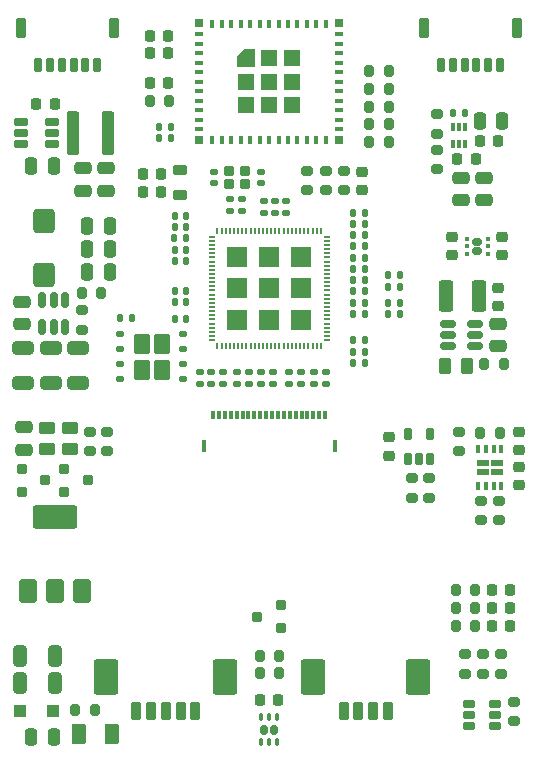
<source format=gbr>
%TF.GenerationSoftware,KiCad,Pcbnew,9.0.6*%
%TF.CreationDate,2026-01-17T11:58:25+01:00*%
%TF.ProjectId,peak,7065616b-2e6b-4696-9361-645f70636258,rev?*%
%TF.SameCoordinates,Original*%
%TF.FileFunction,Paste,Top*%
%TF.FilePolarity,Positive*%
%FSLAX46Y46*%
G04 Gerber Fmt 4.6, Leading zero omitted, Abs format (unit mm)*
G04 Created by KiCad (PCBNEW 9.0.6) date 2026-01-17 11:58:25*
%MOMM*%
%LPD*%
G01*
G04 APERTURE LIST*
G04 Aperture macros list*
%AMRoundRect*
0 Rectangle with rounded corners*
0 $1 Rounding radius*
0 $2 $3 $4 $5 $6 $7 $8 $9 X,Y pos of 4 corners*
0 Add a 4 corners polygon primitive as box body*
4,1,4,$2,$3,$4,$5,$6,$7,$8,$9,$2,$3,0*
0 Add four circle primitives for the rounded corners*
1,1,$1+$1,$2,$3*
1,1,$1+$1,$4,$5*
1,1,$1+$1,$6,$7*
1,1,$1+$1,$8,$9*
0 Add four rect primitives between the rounded corners*
20,1,$1+$1,$2,$3,$4,$5,0*
20,1,$1+$1,$4,$5,$6,$7,0*
20,1,$1+$1,$6,$7,$8,$9,0*
20,1,$1+$1,$8,$9,$2,$3,0*%
%AMFreePoly0*
4,1,6,0.725000,-0.725000,-0.725000,-0.725000,-0.725000,0.125000,-0.125000,0.725000,0.725000,0.725000,0.725000,-0.725000,0.725000,-0.725000,$1*%
G04 Aperture macros list end*
%ADD10R,1.700000X1.700000*%
%ADD11O,0.200000X0.650000*%
%ADD12O,0.650000X0.200000*%
%ADD13RoundRect,0.200000X-0.200000X-0.275000X0.200000X-0.275000X0.200000X0.275000X-0.200000X0.275000X0*%
%ADD14RoundRect,0.250000X-0.250000X-0.475000X0.250000X-0.475000X0.250000X0.475000X-0.250000X0.475000X0*%
%ADD15RoundRect,0.225000X-0.225000X-0.250000X0.225000X-0.250000X0.225000X0.250000X-0.225000X0.250000X0*%
%ADD16RoundRect,0.135000X-0.135000X-0.185000X0.135000X-0.185000X0.135000X0.185000X-0.135000X0.185000X0*%
%ADD17RoundRect,0.087500X0.087500X-0.250000X0.087500X0.250000X-0.087500X0.250000X-0.087500X-0.250000X0*%
%ADD18RoundRect,0.135000X0.135000X0.185000X-0.135000X0.185000X-0.135000X-0.185000X0.135000X-0.185000X0*%
%ADD19RoundRect,0.250000X-0.300000X-1.600000X0.300000X-1.600000X0.300000X1.600000X-0.300000X1.600000X0*%
%ADD20RoundRect,0.200000X0.275000X-0.200000X0.275000X0.200000X-0.275000X0.200000X-0.275000X-0.200000X0*%
%ADD21RoundRect,0.135000X0.185000X-0.135000X0.185000X0.135000X-0.185000X0.135000X-0.185000X-0.135000X0*%
%ADD22RoundRect,0.125000X-0.250000X-0.125000X0.250000X-0.125000X0.250000X0.125000X-0.250000X0.125000X0*%
%ADD23RoundRect,0.250000X-0.435000X-0.615000X0.435000X-0.615000X0.435000X0.615000X-0.435000X0.615000X0*%
%ADD24R,0.300000X1.000000*%
%ADD25R,0.300000X0.700000*%
%ADD26RoundRect,0.225000X-0.250000X0.225000X-0.250000X-0.225000X0.250000X-0.225000X0.250000X0.225000X0*%
%ADD27RoundRect,0.250000X0.450000X-0.262500X0.450000X0.262500X-0.450000X0.262500X-0.450000X-0.262500X0*%
%ADD28RoundRect,0.250000X0.650000X-0.750000X0.650000X0.750000X-0.650000X0.750000X-0.650000X-0.750000X0*%
%ADD29RoundRect,0.225000X0.225000X0.625000X-0.225000X0.625000X-0.225000X-0.625000X0.225000X-0.625000X0*%
%ADD30RoundRect,0.150000X0.150000X0.475000X-0.150000X0.475000X-0.150000X-0.475000X0.150000X-0.475000X0*%
%ADD31RoundRect,0.140000X-0.140000X-0.170000X0.140000X-0.170000X0.140000X0.170000X-0.140000X0.170000X0*%
%ADD32RoundRect,0.200000X-0.275000X0.200000X-0.275000X-0.200000X0.275000X-0.200000X0.275000X0.200000X0*%
%ADD33RoundRect,0.250000X-0.475000X0.250000X-0.475000X-0.250000X0.475000X-0.250000X0.475000X0.250000X0*%
%ADD34RoundRect,0.140000X0.140000X0.170000X-0.140000X0.170000X-0.140000X-0.170000X0.140000X-0.170000X0*%
%ADD35RoundRect,0.250000X0.325000X0.650000X-0.325000X0.650000X-0.325000X-0.650000X0.325000X-0.650000X0*%
%ADD36RoundRect,0.250000X0.475000X-0.250000X0.475000X0.250000X-0.475000X0.250000X-0.475000X-0.250000X0*%
%ADD37RoundRect,0.162500X-0.367500X-0.162500X0.367500X-0.162500X0.367500X0.162500X-0.367500X0.162500X0*%
%ADD38RoundRect,0.225000X0.225000X0.250000X-0.225000X0.250000X-0.225000X-0.250000X0.225000X-0.250000X0*%
%ADD39RoundRect,0.250000X-0.262500X-0.450000X0.262500X-0.450000X0.262500X0.450000X-0.262500X0.450000X0*%
%ADD40RoundRect,0.200000X-0.250000X-0.200000X0.250000X-0.200000X0.250000X0.200000X-0.250000X0.200000X0*%
%ADD41RoundRect,0.250001X0.799999X1.249999X-0.799999X1.249999X-0.799999X-1.249999X0.799999X-1.249999X0*%
%ADD42RoundRect,0.200000X0.200000X0.600000X-0.200000X0.600000X-0.200000X-0.600000X0.200000X-0.600000X0*%
%ADD43RoundRect,0.162500X0.162500X-0.367500X0.162500X0.367500X-0.162500X0.367500X-0.162500X-0.367500X0*%
%ADD44RoundRect,0.200000X0.200000X0.275000X-0.200000X0.275000X-0.200000X-0.275000X0.200000X-0.275000X0*%
%ADD45RoundRect,0.093750X-0.093750X-0.106250X0.093750X-0.106250X0.093750X0.106250X-0.093750X0.106250X0*%
%ADD46RoundRect,0.160000X-0.245000X-0.160000X0.245000X-0.160000X0.245000X0.160000X-0.245000X0.160000X0*%
%ADD47RoundRect,0.250000X0.375000X0.625000X-0.375000X0.625000X-0.375000X-0.625000X0.375000X-0.625000X0*%
%ADD48RoundRect,0.140000X0.170000X-0.140000X0.170000X0.140000X-0.170000X0.140000X-0.170000X-0.140000X0*%
%ADD49RoundRect,0.250000X-0.375000X-1.075000X0.375000X-1.075000X0.375000X1.075000X-0.375000X1.075000X0*%
%ADD50R,0.700000X0.700000*%
%ADD51R,1.450000X1.450000*%
%ADD52FreePoly0,0.000000*%
%ADD53R,0.400000X0.800000*%
%ADD54R,0.800000X0.400000*%
%ADD55RoundRect,0.140000X-0.170000X0.140000X-0.170000X-0.140000X0.170000X-0.140000X0.170000X0.140000X0*%
%ADD56RoundRect,0.200000X0.250000X0.200000X-0.250000X0.200000X-0.250000X-0.200000X0.250000X-0.200000X0*%
%ADD57RoundRect,0.250000X-0.650000X0.325000X-0.650000X-0.325000X0.650000X-0.325000X0.650000X0.325000X0*%
%ADD58R,0.350000X0.650000*%
%ADD59R,1.000000X0.600000*%
%ADD60RoundRect,0.250000X0.300000X0.300000X-0.300000X0.300000X-0.300000X-0.300000X0.300000X-0.300000X0*%
%ADD61RoundRect,0.218750X-0.381250X0.218750X-0.381250X-0.218750X0.381250X-0.218750X0.381250X0.218750X0*%
%ADD62RoundRect,0.250000X0.250000X0.475000X-0.250000X0.475000X-0.250000X-0.475000X0.250000X-0.475000X0*%
%ADD63RoundRect,0.250000X-0.450000X0.262500X-0.450000X-0.262500X0.450000X-0.262500X0.450000X0.262500X0*%
%ADD64RoundRect,0.162500X-0.447500X-0.162500X0.447500X-0.162500X0.447500X0.162500X-0.447500X0.162500X0*%
%ADD65RoundRect,0.250000X0.500000X-0.750000X0.500000X0.750000X-0.500000X0.750000X-0.500000X-0.750000X0*%
%ADD66RoundRect,0.250000X1.650000X-0.750000X1.650000X0.750000X-1.650000X0.750000X-1.650000X-0.750000X0*%
%ADD67RoundRect,0.225000X0.250000X-0.225000X0.250000X0.225000X-0.250000X0.225000X-0.250000X-0.225000X0*%
%ADD68RoundRect,0.150000X-0.512500X-0.150000X0.512500X-0.150000X0.512500X0.150000X-0.512500X0.150000X0*%
%ADD69RoundRect,0.087500X0.087500X-0.237500X0.087500X0.237500X-0.087500X0.237500X-0.087500X-0.237500X0*%
%ADD70RoundRect,0.157500X0.157500X-0.252500X0.157500X0.252500X-0.157500X0.252500X-0.157500X-0.252500X0*%
%ADD71RoundRect,0.135000X-0.185000X0.135000X-0.185000X-0.135000X0.185000X-0.135000X0.185000X0.135000X0*%
%ADD72RoundRect,0.150000X0.150000X-0.512500X0.150000X0.512500X-0.150000X0.512500X-0.150000X-0.512500X0*%
%ADD73RoundRect,0.218750X-0.218750X-0.256250X0.218750X-0.256250X0.218750X0.256250X-0.218750X0.256250X0*%
G04 APERTURE END LIST*
D10*
%TO.C,U1*%
X211503100Y-93900001D03*
X211503100Y-91200001D03*
X211503100Y-88500001D03*
X208803100Y-93900001D03*
X208803100Y-91200001D03*
X208803100Y-88500001D03*
X206103100Y-93900001D03*
X206103100Y-91200001D03*
X206103100Y-88500001D03*
D11*
X204428100Y-86325001D03*
X204778100Y-86325001D03*
X205128100Y-86325001D03*
X205478100Y-86325001D03*
X205828100Y-86325001D03*
X206178100Y-86325001D03*
X206528100Y-86325001D03*
X206878100Y-86325001D03*
X207228100Y-86325001D03*
X207578100Y-86325001D03*
X207928100Y-86325001D03*
X208278100Y-86325001D03*
X208628100Y-86325001D03*
X208978100Y-86325001D03*
X209328100Y-86325001D03*
X209678100Y-86325001D03*
X210028100Y-86325001D03*
X210378100Y-86325001D03*
X210728100Y-86325001D03*
X211078100Y-86325001D03*
X211428100Y-86325001D03*
X211778100Y-86325001D03*
X212128100Y-86325001D03*
X212478100Y-86325001D03*
X212828100Y-86325001D03*
X213178100Y-86325001D03*
D12*
X213678100Y-86825001D03*
X213678100Y-87175001D03*
X213678100Y-87525001D03*
X213678100Y-87875001D03*
X213678100Y-88225001D03*
X213678100Y-88575001D03*
X213678100Y-88925001D03*
X213678100Y-89275001D03*
X213678100Y-89625001D03*
X213678100Y-89975001D03*
X213678100Y-90325001D03*
X213678100Y-90675001D03*
X213678100Y-91025001D03*
X213678100Y-91375001D03*
X213678100Y-91725001D03*
X213678100Y-92075001D03*
X213678100Y-92425001D03*
X213678100Y-92775001D03*
X213678100Y-93125001D03*
X213678100Y-93475001D03*
X213678100Y-93825001D03*
X213678100Y-94175001D03*
X213678100Y-94525001D03*
X213678100Y-94875001D03*
X213678100Y-95225001D03*
X213678100Y-95575001D03*
D11*
X213178100Y-96075001D03*
X212828100Y-96075001D03*
X212478100Y-96075001D03*
X212128100Y-96075001D03*
X211778100Y-96075001D03*
X211428100Y-96075001D03*
X211078100Y-96075001D03*
X210728100Y-96075001D03*
X210378100Y-96075001D03*
X210028100Y-96075001D03*
X209678100Y-96075001D03*
X209328100Y-96075001D03*
X208978100Y-96075001D03*
X208628100Y-96075001D03*
X208278100Y-96075001D03*
X207928100Y-96075001D03*
X207578100Y-96075001D03*
X207228100Y-96075001D03*
X206878100Y-96075001D03*
X206528100Y-96075001D03*
X206178100Y-96075001D03*
X205828100Y-96075001D03*
X205478100Y-96075001D03*
X205128100Y-96075001D03*
X204778100Y-96075001D03*
X204428100Y-96075001D03*
D12*
X203928100Y-95575001D03*
X203928100Y-95225001D03*
X203928100Y-94875001D03*
X203928100Y-94525001D03*
X203928100Y-94175001D03*
X203928100Y-93825001D03*
X203928100Y-93475001D03*
X203928100Y-93125001D03*
X203928100Y-92775001D03*
X203928100Y-92425001D03*
X203928100Y-92075001D03*
X203928100Y-91725001D03*
X203928100Y-91375001D03*
X203928100Y-91025001D03*
X203928100Y-90675001D03*
X203928100Y-90325001D03*
X203928100Y-89975001D03*
X203928100Y-89625001D03*
X203928100Y-89275001D03*
X203928100Y-88925001D03*
X203928100Y-88575001D03*
X203928100Y-88225001D03*
X203928100Y-87875001D03*
X203928100Y-87525001D03*
X203928100Y-87175001D03*
X203928100Y-86825001D03*
%TD*%
D13*
%TO.C,R605*%
X228343100Y-103440001D03*
X226693100Y-103440001D03*
%TD*%
D14*
%TO.C,C208*%
X190553100Y-80800001D03*
X188653100Y-80800001D03*
%TD*%
D15*
%TO.C,C213*%
X228178100Y-78750001D03*
X226628100Y-78750001D03*
%TD*%
D13*
%TO.C,R703*%
X218928100Y-74300001D03*
X217278100Y-74300001D03*
%TD*%
D16*
%TO.C,R16*%
X219853100Y-93400001D03*
X218833100Y-93400001D03*
%TD*%
D17*
%TO.C,U203*%
X224353100Y-77550001D03*
X224853100Y-77550001D03*
X225353100Y-77550001D03*
X225353100Y-78975001D03*
X224853100Y-78975001D03*
X224353100Y-78975001D03*
%TD*%
D13*
%TO.C,R701*%
X218928100Y-77300001D03*
X217278100Y-77300001D03*
%TD*%
D18*
%TO.C,R3*%
X196143100Y-93700001D03*
X197163100Y-93700001D03*
%TD*%
D19*
%TO.C,L202*%
X195178100Y-78025001D03*
X192178100Y-78025001D03*
%TD*%
D20*
%TO.C,R308*%
X229503100Y-126175001D03*
X229503100Y-127825001D03*
%TD*%
D21*
%TO.C,R7*%
X208103100Y-98280001D03*
X208103100Y-99300001D03*
%TD*%
D22*
%TO.C,U2*%
X201553100Y-95090001D03*
X201553100Y-96360001D03*
X201553100Y-97630001D03*
X201553100Y-98900001D03*
X196153100Y-98900001D03*
X196153100Y-97630001D03*
X196153100Y-96360001D03*
X196153100Y-95090001D03*
D23*
X199703100Y-98070001D03*
X199703100Y-95920001D03*
X198003100Y-98070001D03*
X198003100Y-95920001D03*
%TD*%
D18*
%TO.C,R18*%
X215913100Y-96550001D03*
X216933100Y-96550001D03*
%TD*%
D24*
%TO.C,J1*%
X214343100Y-104550000D03*
X203263100Y-104550000D03*
D25*
X213553100Y-101900000D03*
X213053100Y-101900000D03*
X212553100Y-101900000D03*
X212053100Y-101900000D03*
X211553100Y-101900000D03*
X211053100Y-101900000D03*
X210553100Y-101900000D03*
X210053100Y-101900000D03*
X209553100Y-101900000D03*
X209053100Y-101900000D03*
X208553100Y-101900000D03*
X208053100Y-101900000D03*
X207553100Y-101900000D03*
X207053100Y-101900000D03*
X206553100Y-101900000D03*
X206053100Y-101900000D03*
X205553100Y-101900000D03*
X205053100Y-101900000D03*
X204553100Y-101900000D03*
X204053100Y-101900000D03*
%TD*%
D13*
%TO.C,R601*%
X226253100Y-119750001D03*
X224603100Y-119750001D03*
%TD*%
D26*
%TO.C,C219*%
X224328100Y-88365001D03*
X224328100Y-86815001D03*
%TD*%
D27*
%TO.C,R609*%
X190003100Y-102987501D03*
X190003100Y-104812501D03*
%TD*%
D28*
%TO.C,L201*%
X189753100Y-85525001D03*
X189753100Y-90025001D03*
%TD*%
D29*
%TO.C,J4*%
X221903100Y-69175001D03*
X229803100Y-69175001D03*
D30*
X223353100Y-72300001D03*
X224353100Y-72300001D03*
X225353100Y-72300001D03*
X226353100Y-72300001D03*
X227353100Y-72300001D03*
X228353100Y-72300001D03*
%TD*%
D16*
%TO.C,R14*%
X201783100Y-86950001D03*
X200763100Y-86950001D03*
%TD*%
D31*
%TO.C,C17*%
X216883100Y-89550001D03*
X215923100Y-89550001D03*
%TD*%
D21*
%TO.C,R9*%
X210503100Y-98280001D03*
X210503100Y-99300001D03*
%TD*%
D32*
%TO.C,R301*%
X220863100Y-108910001D03*
X220863100Y-107260001D03*
%TD*%
D33*
%TO.C,C210*%
X193028100Y-82925001D03*
X193028100Y-81025001D03*
%TD*%
D34*
%TO.C,C6*%
X200793100Y-88900001D03*
X201753100Y-88900001D03*
%TD*%
%TO.C,C13*%
X200793100Y-92350001D03*
X201753100Y-92350001D03*
%TD*%
%TO.C,C4*%
X200793100Y-86000001D03*
X201753100Y-86000001D03*
%TD*%
D31*
%TO.C,C9*%
X216883100Y-86700001D03*
X215923100Y-86700001D03*
%TD*%
D13*
%TO.C,R602*%
X226253100Y-116750001D03*
X224603100Y-116750001D03*
%TD*%
D20*
%TO.C,R708*%
X212003100Y-81255001D03*
X212003100Y-82905001D03*
%TD*%
D35*
%TO.C,C303*%
X187728100Y-122300001D03*
X190678100Y-122300001D03*
%TD*%
D36*
%TO.C,C607*%
X188053100Y-102950001D03*
X188053100Y-104850001D03*
%TD*%
D37*
%TO.C,D302*%
X227953100Y-126350001D03*
X227953100Y-127300001D03*
X227953100Y-128250001D03*
X225753100Y-128250001D03*
X225753100Y-127300001D03*
X225753100Y-126350001D03*
%TD*%
D38*
%TO.C,C701*%
X198728100Y-73800001D03*
X200278100Y-73800001D03*
%TD*%
D21*
%TO.C,R6*%
X207103100Y-98280001D03*
X207103100Y-99300001D03*
%TD*%
D31*
%TO.C,C10*%
X216883100Y-92400001D03*
X215923100Y-92400001D03*
%TD*%
D32*
%TO.C,R302*%
X222363100Y-108910001D03*
X222363100Y-107260001D03*
%TD*%
D18*
%TO.C,R13*%
X218833100Y-91100001D03*
X219853100Y-91100001D03*
%TD*%
D32*
%TO.C,R303*%
X226773100Y-110840001D03*
X226773100Y-109190001D03*
%TD*%
D13*
%TO.C,R704*%
X218928100Y-72800001D03*
X217278100Y-72800001D03*
%TD*%
D15*
%TO.C,C603*%
X229203100Y-118250001D03*
X227653100Y-118250001D03*
%TD*%
D26*
%TO.C,C608*%
X216628100Y-82855001D03*
X216628100Y-81305001D03*
%TD*%
D39*
%TO.C,R502*%
X225553100Y-97775001D03*
X223728100Y-97775001D03*
%TD*%
D40*
%TO.C,Q601*%
X193453100Y-107450001D03*
X191453100Y-108400001D03*
X191453100Y-106500001D03*
%TD*%
D31*
%TO.C,C22*%
X216883100Y-87650001D03*
X215923100Y-87650001D03*
%TD*%
D20*
%TO.C,R206*%
X223003100Y-76475001D03*
X223003100Y-78125001D03*
%TD*%
D41*
%TO.C,J2*%
X195003100Y-124100001D03*
X205103100Y-124100001D03*
D42*
X197553100Y-127000001D03*
X198803100Y-127000001D03*
X200053100Y-127000001D03*
X201303100Y-127000001D03*
X202553100Y-127000001D03*
%TD*%
D15*
%TO.C,C602*%
X229203100Y-116750001D03*
X227653100Y-116750001D03*
%TD*%
D43*
%TO.C,U602*%
X220563100Y-103485001D03*
X222463100Y-103485001D03*
X222463100Y-105685001D03*
X221513100Y-105685001D03*
X220563100Y-105685001D03*
%TD*%
D40*
%TO.C,DZ601*%
X189853100Y-107450001D03*
X187853100Y-108400001D03*
X187853100Y-106500001D03*
%TD*%
D44*
%TO.C,R611*%
X207998100Y-122300001D03*
X209648100Y-122300001D03*
%TD*%
D32*
%TO.C,R307*%
X228403100Y-123825001D03*
X228403100Y-122175001D03*
%TD*%
D45*
%TO.C,U204*%
X227328100Y-86985001D03*
X227328100Y-87635001D03*
X227328100Y-88285001D03*
X225553100Y-88285001D03*
X225553100Y-87635001D03*
X225553100Y-86985001D03*
D46*
X226440600Y-88035001D03*
X226440600Y-87235001D03*
%TD*%
D26*
%TO.C,C503*%
X228203100Y-92700001D03*
X228203100Y-91150001D03*
%TD*%
D47*
%TO.C,F301*%
X192703100Y-128950001D03*
X195503100Y-128950001D03*
%TD*%
D48*
%TO.C,C12*%
X208353100Y-83820001D03*
X208353100Y-84780001D03*
%TD*%
D31*
%TO.C,C14*%
X216883100Y-85750001D03*
X215923100Y-85750001D03*
%TD*%
D49*
%TO.C,L501*%
X226553100Y-91825001D03*
X223753100Y-91825001D03*
%TD*%
D13*
%TO.C,R702*%
X218928100Y-75800001D03*
X217278100Y-75800001D03*
%TD*%
D32*
%TO.C,R706*%
X213603100Y-82905001D03*
X213603100Y-81255001D03*
%TD*%
D16*
%TO.C,R15*%
X219853100Y-92400001D03*
X218833100Y-92400001D03*
%TD*%
D48*
%TO.C,C501*%
X202953100Y-98310001D03*
X202953100Y-99270001D03*
%TD*%
D40*
%TO.C,X1*%
X205403100Y-81270001D03*
X206803100Y-81270001D03*
X206803100Y-82370001D03*
X205403100Y-82370001D03*
%TD*%
D16*
%TO.C,R204*%
X225363100Y-76350001D03*
X224343100Y-76350001D03*
%TD*%
D50*
%TO.C,U3*%
X202853100Y-68750001D03*
X202853100Y-78650001D03*
X214753100Y-78650001D03*
X214753100Y-68750001D03*
D51*
X210778100Y-75675001D03*
X210778100Y-73700001D03*
X210778100Y-71725001D03*
X208803100Y-75675001D03*
X208803100Y-73700001D03*
X208803100Y-71725001D03*
X206828100Y-75675001D03*
X206828100Y-73700001D03*
D52*
X206828100Y-71725001D03*
D53*
X204003100Y-68800001D03*
X204803100Y-68800001D03*
X205603100Y-68800001D03*
X206403100Y-68800001D03*
X207203100Y-68800001D03*
X208003100Y-68800001D03*
X208803100Y-68800001D03*
X209603100Y-68800001D03*
X210403100Y-68800001D03*
X211203100Y-68800001D03*
X212003100Y-68800001D03*
X212803100Y-68800001D03*
X213603100Y-68800001D03*
D54*
X214703100Y-69700001D03*
X214703100Y-70500001D03*
X214703100Y-71300001D03*
X214703100Y-72100001D03*
X214703100Y-72900001D03*
X214703100Y-73700001D03*
X214703100Y-74500001D03*
X214703100Y-75300001D03*
X214703100Y-76100001D03*
X214703100Y-76900001D03*
X214703100Y-77700001D03*
D53*
X213603100Y-78600001D03*
X212803100Y-78600001D03*
X212003100Y-78600001D03*
X211203100Y-78600001D03*
X210403100Y-78600001D03*
X209603100Y-78600001D03*
X208803100Y-78600001D03*
X208003100Y-78600001D03*
X207203100Y-78600001D03*
X206403100Y-78600001D03*
X205603100Y-78600001D03*
X204803100Y-78600001D03*
X204003100Y-78600001D03*
D54*
X202903100Y-77700001D03*
X202903100Y-76900001D03*
X202903100Y-76100001D03*
X202903100Y-75300001D03*
X202903100Y-74500001D03*
X202903100Y-73700001D03*
X202903100Y-72900001D03*
X202903100Y-72100001D03*
X202903100Y-71300001D03*
X202903100Y-70500001D03*
X202903100Y-69700001D03*
%TD*%
D32*
%TO.C,R304*%
X228283100Y-110840001D03*
X228283100Y-109190001D03*
%TD*%
D31*
%TO.C,C16*%
X216903100Y-97500001D03*
X215943100Y-97500001D03*
%TD*%
D55*
%TO.C,C23*%
X212603100Y-99270001D03*
X212603100Y-98310001D03*
%TD*%
D16*
%TO.C,R710*%
X200503100Y-78500001D03*
X199483100Y-78500001D03*
%TD*%
D34*
%TO.C,C5*%
X200793100Y-85050001D03*
X201753100Y-85050001D03*
%TD*%
D41*
%TO.C,J3*%
X212553100Y-124100001D03*
X221403100Y-124100001D03*
D42*
X215103100Y-127000001D03*
X216353100Y-127000001D03*
X217603100Y-127000001D03*
X218853100Y-127000001D03*
%TD*%
D21*
%TO.C,R1*%
X205503100Y-83590001D03*
X205503100Y-84610001D03*
%TD*%
D56*
%TO.C,D303*%
X207783100Y-118980001D03*
X209783100Y-118030001D03*
X209783100Y-119930001D03*
%TD*%
D31*
%TO.C,C18*%
X216883100Y-91450001D03*
X215923100Y-91450001D03*
%TD*%
D33*
%TO.C,C204*%
X187853100Y-94225001D03*
X187853100Y-92325001D03*
%TD*%
D57*
%TO.C,C203*%
X188003100Y-99200001D03*
X188003100Y-96250001D03*
%TD*%
D58*
%TO.C,U601*%
X226523100Y-104815001D03*
X227173100Y-104815001D03*
X227823100Y-104815001D03*
X228473100Y-104815001D03*
X228473100Y-107915001D03*
X227823100Y-107915001D03*
X227173100Y-107915001D03*
X226523100Y-107915001D03*
D59*
X228098100Y-105977501D03*
X226898100Y-105977501D03*
X228098100Y-106752501D03*
X226898100Y-106752501D03*
%TD*%
D36*
%TO.C,C504*%
X228203100Y-94175001D03*
X228203100Y-96075001D03*
%TD*%
D13*
%TO.C,R707*%
X200328100Y-75300001D03*
X198678100Y-75300001D03*
%TD*%
D35*
%TO.C,C302*%
X187728100Y-124600001D03*
X190678100Y-124600001D03*
%TD*%
D60*
%TO.C,D301*%
X187703100Y-126950001D03*
X190503100Y-126950001D03*
%TD*%
D61*
%TO.C,FB201*%
X201253100Y-83300001D03*
X201253100Y-81175001D03*
%TD*%
D21*
%TO.C,R5*%
X206103100Y-98280001D03*
X206103100Y-99300001D03*
%TD*%
D44*
%TO.C,R201*%
X192928100Y-91625001D03*
X194578100Y-91625001D03*
%TD*%
D62*
%TO.C,C301*%
X188653100Y-129200001D03*
X190553100Y-129200001D03*
%TD*%
D13*
%TO.C,R705*%
X218928100Y-78800001D03*
X217278100Y-78800001D03*
%TD*%
D38*
%TO.C,C610*%
X198728100Y-69800001D03*
X200278100Y-69800001D03*
%TD*%
D14*
%TO.C,C206*%
X195303100Y-87890001D03*
X193403100Y-87890001D03*
%TD*%
D57*
%TO.C,C202*%
X190303100Y-99200001D03*
X190303100Y-96250001D03*
%TD*%
D14*
%TO.C,C205*%
X195303100Y-85900001D03*
X193403100Y-85900001D03*
%TD*%
D32*
%TO.C,R305*%
X225403100Y-123825001D03*
X225403100Y-122175001D03*
%TD*%
D48*
%TO.C,C502*%
X203903100Y-98310001D03*
X203903100Y-99270001D03*
%TD*%
D33*
%TO.C,C211*%
X195028100Y-82925001D03*
X195028100Y-81025001D03*
%TD*%
D55*
%TO.C,C2*%
X208103100Y-82300001D03*
X208103100Y-81340001D03*
%TD*%
D21*
%TO.C,R8*%
X209103100Y-98280001D03*
X209103100Y-99300001D03*
%TD*%
%TO.C,R10*%
X211503100Y-98280001D03*
X211503100Y-99300001D03*
%TD*%
D31*
%TO.C,C20*%
X216883100Y-90500001D03*
X215923100Y-90500001D03*
%TD*%
D26*
%TO.C,C606*%
X218963100Y-105360001D03*
X218963100Y-103810001D03*
%TD*%
D34*
%TO.C,C24*%
X200793100Y-87950001D03*
X201753100Y-87950001D03*
%TD*%
D63*
%TO.C,R608*%
X191903100Y-104812501D03*
X191903100Y-102987501D03*
%TD*%
D64*
%TO.C,U202*%
X190398100Y-77075001D03*
X190398100Y-78025001D03*
X190398100Y-78975001D03*
X187778100Y-78975001D03*
X187778100Y-78025001D03*
X187778100Y-77075001D03*
%TD*%
D34*
%TO.C,C7*%
X200793100Y-91400001D03*
X201753100Y-91400001D03*
%TD*%
D48*
%TO.C,C15*%
X209303100Y-83820001D03*
X209303100Y-84780001D03*
%TD*%
D65*
%TO.C,Q602*%
X192953100Y-116850001D03*
D66*
X190653100Y-110550001D03*
D65*
X190653100Y-116850001D03*
X188353100Y-116850001D03*
%TD*%
D32*
%TO.C,R306*%
X226903100Y-123825001D03*
X226903100Y-122175001D03*
%TD*%
D16*
%TO.C,R709*%
X200503100Y-77500001D03*
X199483100Y-77500001D03*
%TD*%
D31*
%TO.C,C8*%
X216883100Y-84800001D03*
X215923100Y-84800001D03*
%TD*%
D57*
%TO.C,C201*%
X192603100Y-99200001D03*
X192603100Y-96250001D03*
%TD*%
D48*
%TO.C,C1*%
X204103100Y-81340001D03*
X204103100Y-82300001D03*
%TD*%
D38*
%TO.C,C702*%
X198728100Y-71300001D03*
X200278100Y-71300001D03*
%TD*%
D67*
%TO.C,C605*%
X229993100Y-106315001D03*
X229993100Y-107865001D03*
%TD*%
D32*
%TO.C,R604*%
X224893100Y-104965001D03*
X224893100Y-103315001D03*
%TD*%
D68*
%TO.C,U501*%
X226260600Y-94180001D03*
X226260600Y-95130001D03*
X226260600Y-96080001D03*
X223985600Y-96080001D03*
X223985600Y-95130001D03*
X223985600Y-94180001D03*
%TD*%
D69*
%TO.C,U603*%
X208153100Y-127500001D03*
X208803100Y-127500001D03*
X209453100Y-127500001D03*
X209453100Y-129600001D03*
X208803100Y-129600001D03*
X208153100Y-129600001D03*
D70*
X209203100Y-128550001D03*
X208403100Y-128550001D03*
%TD*%
D71*
%TO.C,R11*%
X213603100Y-99290001D03*
X213603100Y-98270001D03*
%TD*%
D15*
%TO.C,C601*%
X229203100Y-119750001D03*
X227653100Y-119750001D03*
%TD*%
D26*
%TO.C,C218*%
X228528100Y-88400001D03*
X228528100Y-86850001D03*
%TD*%
D20*
%TO.C,R205*%
X223003100Y-79475001D03*
X223003100Y-81125001D03*
%TD*%
D48*
%TO.C,C11*%
X210253100Y-83820001D03*
X210253100Y-84780001D03*
%TD*%
D38*
%TO.C,C216*%
X198128100Y-81537501D03*
X199678100Y-81537501D03*
%TD*%
D15*
%TO.C,C609*%
X209553100Y-126050001D03*
X208003100Y-126050001D03*
%TD*%
D32*
%TO.C,R606*%
X195103100Y-104975001D03*
X195103100Y-103325001D03*
%TD*%
D13*
%TO.C,R610*%
X209648100Y-123790001D03*
X207998100Y-123790001D03*
%TD*%
%TO.C,R603*%
X226253100Y-118250001D03*
X224603100Y-118250001D03*
%TD*%
D34*
%TO.C,C3*%
X200793100Y-93750001D03*
X201753100Y-93750001D03*
%TD*%
D32*
%TO.C,R612*%
X215128100Y-82905001D03*
X215128100Y-81255001D03*
%TD*%
D33*
%TO.C,C215*%
X225015600Y-83750001D03*
X225015600Y-81850001D03*
%TD*%
D38*
%TO.C,C217*%
X198128100Y-83037501D03*
X199678100Y-83037501D03*
%TD*%
D32*
%TO.C,R202*%
X193003100Y-94700001D03*
X193003100Y-93050001D03*
%TD*%
D18*
%TO.C,R12*%
X218833100Y-90100001D03*
X219853100Y-90100001D03*
%TD*%
D29*
%TO.C,J5*%
X187803100Y-69150001D03*
X195703100Y-69150001D03*
D30*
X189253100Y-72275001D03*
X190253100Y-72275001D03*
X191253100Y-72275001D03*
X192253100Y-72275001D03*
X193253100Y-72275001D03*
X194253100Y-72275001D03*
%TD*%
D13*
%TO.C,R203*%
X194028100Y-126900001D03*
X192378100Y-126900001D03*
%TD*%
D71*
%TO.C,R4*%
X204903100Y-99300001D03*
X204903100Y-98280001D03*
%TD*%
D14*
%TO.C,C207*%
X195303100Y-89850001D03*
X193403100Y-89850001D03*
%TD*%
D71*
%TO.C,R2*%
X206503100Y-84610001D03*
X206503100Y-83590001D03*
%TD*%
D72*
%TO.C,U201*%
X189603100Y-92200001D03*
X190553100Y-92200001D03*
X191503100Y-92200001D03*
X191503100Y-94475001D03*
X190553100Y-94475001D03*
X189603100Y-94475001D03*
%TD*%
D73*
%TO.C,L203*%
X226290600Y-80250001D03*
X224715600Y-80250001D03*
%TD*%
D15*
%TO.C,C209*%
X190653100Y-75575001D03*
X189103100Y-75575001D03*
%TD*%
D33*
%TO.C,C214*%
X227003100Y-83750001D03*
X227003100Y-81850001D03*
%TD*%
D14*
%TO.C,C212*%
X228553100Y-77000001D03*
X226653100Y-77000001D03*
%TD*%
D13*
%TO.C,R501*%
X228653100Y-97575001D03*
X227003100Y-97575001D03*
%TD*%
D31*
%TO.C,C19*%
X216883100Y-93350001D03*
X215923100Y-93350001D03*
%TD*%
D26*
%TO.C,C604*%
X229993100Y-104865001D03*
X229993100Y-103315001D03*
%TD*%
D31*
%TO.C,C21*%
X216883100Y-88600001D03*
X215923100Y-88600001D03*
%TD*%
D18*
%TO.C,R17*%
X215913100Y-95550001D03*
X216933100Y-95550001D03*
%TD*%
D20*
%TO.C,R607*%
X193603100Y-103325001D03*
X193603100Y-104975001D03*
%TD*%
M02*

</source>
